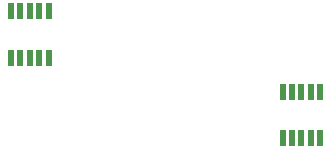
<source format=gbp>
G04*
G04 #@! TF.GenerationSoftware,Altium Limited,Altium Designer,19.1.5 (86)*
G04*
G04 Layer_Color=128*
%FSLAX25Y25*%
%MOIN*%
G70*
G01*
G75*
%ADD19R,0.02000X0.05400*%
D19*
X62991Y39444D02*
D03*
Y55044D02*
D03*
X66141Y39444D02*
D03*
Y55044D02*
D03*
X69291Y39444D02*
D03*
Y55044D02*
D03*
X72441Y39444D02*
D03*
Y55044D02*
D03*
X75591Y39444D02*
D03*
Y55044D02*
D03*
X166142Y28272D02*
D03*
Y12672D02*
D03*
X162993Y28272D02*
D03*
Y12672D02*
D03*
X159843Y28272D02*
D03*
Y12672D02*
D03*
X156693Y28272D02*
D03*
Y12672D02*
D03*
X153542Y28272D02*
D03*
Y12672D02*
D03*
M02*

</source>
